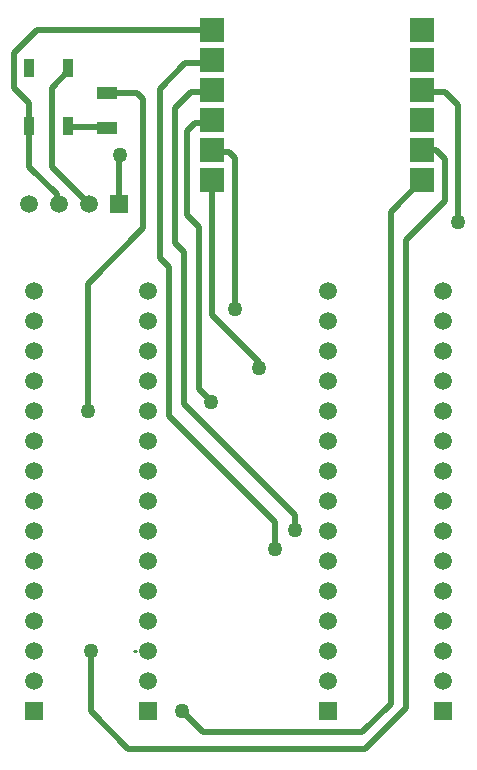
<source format=gtl>
G04*
G04 #@! TF.GenerationSoftware,Altium Limited,Altium Designer,20.0.13 (296)*
G04*
G04 Layer_Physical_Order=1*
G04 Layer_Color=255*
%FSLAX25Y25*%
%MOIN*%
G70*
G01*
G75*
%ADD17R,0.08000X0.08000*%
%ADD18R,0.03543X0.05906*%
%ADD19R,0.06772X0.04134*%
%ADD20C,0.02000*%
%ADD21C,0.01000*%
%ADD22C,0.05906*%
%ADD23R,0.05906X0.05906*%
%ADD24R,0.05906X0.05906*%
%ADD25C,0.05000*%
D17*
X70000Y-7000D02*
D03*
Y-17000D02*
D03*
Y-27000D02*
D03*
Y-37000D02*
D03*
Y-47000D02*
D03*
Y-57000D02*
D03*
X140000D02*
D03*
Y-47000D02*
D03*
Y-37000D02*
D03*
Y-27000D02*
D03*
Y-17000D02*
D03*
Y-7000D02*
D03*
D18*
X21992Y-19500D02*
D03*
X9000D02*
D03*
Y-38791D02*
D03*
X21992D02*
D03*
D19*
X35000Y-28004D02*
D03*
Y-39500D02*
D03*
D20*
X97500Y-173500D02*
Y-168500D01*
X60500Y-131500D02*
X97500Y-168500D01*
X91000Y-180000D02*
Y-171000D01*
X55500Y-135500D02*
X91000Y-171000D01*
X69500Y-131000D02*
Y-130750D01*
X65500Y-126750D02*
X69500Y-130750D01*
X65500Y-126750D02*
Y-72500D01*
X134500Y-77000D02*
X147500Y-64000D01*
X129500Y-231500D02*
Y-67500D01*
X134500Y-233000D02*
Y-77000D01*
X129500Y-67500D02*
X140000Y-57000D01*
X147500Y-64000D02*
Y-50000D01*
X120000Y-241000D02*
X129500Y-231500D01*
X121000Y-246500D02*
X134500Y-233000D01*
X57500Y-33000D02*
X63000Y-27500D01*
X57500Y-78000D02*
X60500Y-81000D01*
X57500Y-78000D02*
Y-33000D01*
X52500Y-83000D02*
X55500Y-86000D01*
X52500Y-26500D02*
X61000Y-18000D01*
X52500Y-83000D02*
Y-26500D01*
X60500Y-131500D02*
Y-81000D01*
X55500Y-135500D02*
Y-86000D01*
X63000Y-27500D02*
X69500D01*
X70000Y-27000D01*
X85500Y-119500D02*
Y-117500D01*
X70000Y-102000D02*
X85500Y-117500D01*
X77500Y-100000D02*
Y-49500D01*
X75500Y-47500D02*
X77500Y-49500D01*
X61500Y-68500D02*
Y-40500D01*
X64172Y-37828D01*
X61500Y-68500D02*
X65500Y-72500D01*
X69172Y-37828D02*
X70000Y-37000D01*
X64172Y-37828D02*
X69172D01*
X61000Y-18000D02*
X69000D01*
X70000Y-17000D01*
X28500Y-91500D02*
X47000Y-73000D01*
X45004Y-28004D02*
X47000Y-30000D01*
Y-73000D02*
Y-30000D01*
X70500Y-47500D02*
X75500D01*
X70000Y-47000D02*
X70500Y-47500D01*
X70000Y-102000D02*
Y-57000D01*
X60000Y-234000D02*
X67000Y-241000D01*
X120000D01*
X140000Y-47000D02*
X144500D01*
X147500Y-50000D01*
Y-27500D02*
X152000Y-32000D01*
Y-71000D02*
Y-32000D01*
X42000Y-246500D02*
X121000D01*
X29500Y-234000D02*
X42000Y-246500D01*
X29500Y-234000D02*
Y-214000D01*
X140000Y-27000D02*
X140500Y-27500D01*
X147500D01*
X18253Y-64253D02*
X19000Y-65000D01*
X9000Y-52500D02*
Y-38791D01*
X18253Y-64253D02*
Y-61753D01*
X9000Y-52500D02*
X18253Y-61753D01*
X16500Y-52500D02*
X29000Y-65000D01*
X16500Y-52500D02*
Y-26173D01*
X21992Y-20681D01*
X4000Y-26169D02*
Y-14500D01*
X11500Y-7000D02*
X70000D01*
X4000Y-14500D02*
X11500Y-7000D01*
X9000Y-38791D02*
Y-31169D01*
X4000Y-26169D02*
X9000Y-31169D01*
X21992Y-20681D02*
Y-19500D01*
X39000Y-49000D02*
X39250Y-48750D01*
X39000Y-65000D02*
Y-49000D01*
X35000Y-28004D02*
X45004D01*
X28500Y-134000D02*
Y-91500D01*
X34646Y-39146D02*
X35000Y-39500D01*
X22346Y-39146D02*
X34646D01*
X21992Y-38791D02*
X22346Y-39146D01*
D21*
X44000Y-214000D02*
X44500D01*
X21992Y-38791D02*
Y-37610D01*
D22*
X147000Y-94000D02*
D03*
Y-104000D02*
D03*
Y-114000D02*
D03*
Y-124000D02*
D03*
Y-134000D02*
D03*
Y-144000D02*
D03*
Y-154000D02*
D03*
Y-164000D02*
D03*
Y-174000D02*
D03*
Y-184000D02*
D03*
Y-194000D02*
D03*
Y-204000D02*
D03*
Y-214000D02*
D03*
Y-224000D02*
D03*
X108500Y-94000D02*
D03*
Y-104000D02*
D03*
Y-114000D02*
D03*
Y-124000D02*
D03*
Y-134000D02*
D03*
Y-144000D02*
D03*
Y-154000D02*
D03*
Y-164000D02*
D03*
Y-174000D02*
D03*
Y-184000D02*
D03*
Y-194000D02*
D03*
Y-204000D02*
D03*
Y-214000D02*
D03*
Y-224000D02*
D03*
X48500Y-94000D02*
D03*
Y-104000D02*
D03*
Y-114000D02*
D03*
Y-124000D02*
D03*
Y-134000D02*
D03*
Y-144000D02*
D03*
Y-154000D02*
D03*
Y-164000D02*
D03*
Y-174000D02*
D03*
Y-184000D02*
D03*
Y-194000D02*
D03*
Y-204000D02*
D03*
Y-214000D02*
D03*
Y-224000D02*
D03*
X10500Y-94000D02*
D03*
Y-104000D02*
D03*
Y-114000D02*
D03*
Y-124000D02*
D03*
Y-134000D02*
D03*
Y-144000D02*
D03*
Y-154000D02*
D03*
Y-164000D02*
D03*
Y-174000D02*
D03*
Y-184000D02*
D03*
Y-194000D02*
D03*
Y-204000D02*
D03*
Y-214000D02*
D03*
Y-224000D02*
D03*
X9000Y-65000D02*
D03*
X19000D02*
D03*
X29000D02*
D03*
D23*
X147000Y-234000D02*
D03*
X108500D02*
D03*
X48500D02*
D03*
X10500D02*
D03*
D24*
X39000Y-65000D02*
D03*
D25*
X97500Y-173500D02*
D03*
X91000Y-180000D02*
D03*
X69500Y-131000D02*
D03*
X85500Y-119500D02*
D03*
X77500Y-100000D02*
D03*
X39250Y-48750D02*
D03*
X60000Y-234000D02*
D03*
X28500Y-134000D02*
D03*
X29500Y-214000D02*
D03*
X152000Y-71000D02*
D03*
M02*

</source>
